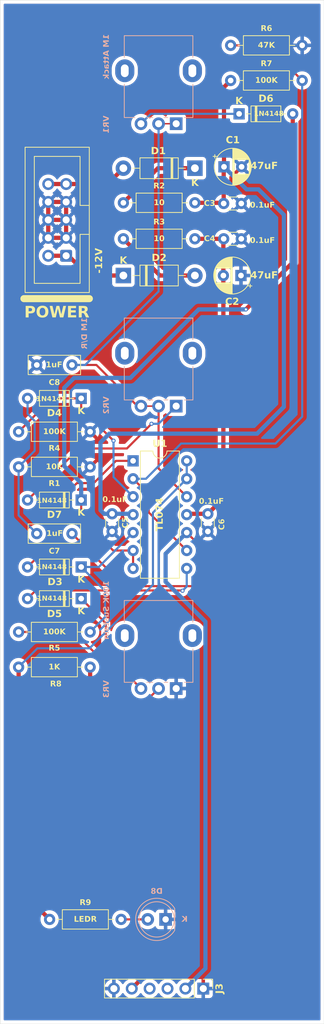
<source format=kicad_pcb>
(kicad_pcb (version 20241229) (generator "pcbnew") (generator_version "9.0")
  (layers (0 "F.Cu" signal) (2 "B.Cu" signal) (13 "F.Paste" user) (15 "B.Paste" user) (5 "F.SilkS" user "F.Silkscreen") (7 "B.SilkS" user "B.Silkscreen") (1 "F.Mask" user) (3 "B.Mask" user) (25 "Edge.Cuts" user))
  (net 0 "")
  (net 1 "+12V")
  (net 2 "GND")
  (net 3 "-12V")
  (net 4 "Gate")
  (net 5 "Net-(D4-A)")
  (net 6 "Net-(U1D-+)")
  (net 7 "/+12")
  (net 8 "Net-(D1-K)")
  (net 9 "/-12")
  (net 10 "Net-(D2-A)")
  (net 11 "Net-(D3-K)")
  (net 12 "Net-(D3-A)")
  (net 13 "Net-(D4-K)")
  (net 14 "Net-(D5-A)")
  (net 15 "Net-(D5-K)")
  (net 16 "Net-(D6-K)")
  (net 17 "Net-(D6-A)")
  (net 18 "Net-(D7-A)")
  (net 19 "Net-(D8-A)")
  (net 20 "Net-(R5-Pad1)")
  (net 21 "Net-(U1A--)")
  (net 22 "Net-(U1D--)")
  (net 24 "Out")
  (footprint "AO_tht:R_Axial_DIN0207_L6.3mm_D2.5mm_P10.16mm_Horizontal" (layer "F.Cu") (at 84.27 186.7)
    (property "Reference" "R9" (at 5.08 -2.37 0) (layer "F.SilkS") (effects (font (size 0.8 0.8) (thickness 0.16) (bold yes))))
    (property "Value" "LEDR")
    (fp_text user "${VALUE}" (at 5.08 0 0) (layer "F.SilkS") (effects (font (size 0.8 0.8) (thickness 0.16) (bold yes))))
    (pad "1" thru_hole circle (at 0 0) (size 1.6 1.6) (drill 0.8) (layers "*.Cu" "*.Mask") (net 22 "Net-(U1D--)"))
    (pad "2" thru_hole oval (at 10.16 0) (size 1.6 1.6) (drill 0.8) (layers "*.Cu" "*.Mask") (net 19 "Net-(D8-A)"))
  )
  (footprint "AO_tht:C_Rect_L7.2mm_W2.5mm_P5.00mm_FKS2_FKP2_MKS2_MKP2" (layer "F.Cu") (at 82.45 132.055554)
    (property "Reference" "C7" (at 2.5 2.5 0) (layer "F.SilkS") (effects (font (size 0.8 0.8) (thickness 0.16) (bold yes))))
    (property "Value" "1uF")
    (fp_text user "${VALUE}" (at 2.54 0 0) (layer "F.SilkS") (effects (font (size 0.8 0.8) (thickness 0.16) (bold yes))))
    (pad "1" thru_hole circle (at 0 0) (size 1.6 1.6) (drill 0.8) (layers "*.Cu" "*.Mask") (net 5 "Net-(D4-A)"))
    (pad "2" thru_hole circle (at 5 0) (size 1.6 1.6) (drill 0.8) (layers "*.Cu" "*.Mask") (net 4 "Gate"))
  )
  (footprint "Diode_THT:D_DO-35_SOD27_P7.62mm_Horizontal" (layer "F.Cu") (at 88.76 112.9 180)
    (property "Reference" "D4" (at 3.81 -2.12 0) (layer "F.SilkS") (effects (font (thickness 0.2) (bold yes))))
    (property "Value" "1N4148" (at 4.26 -0.1 0) (layer "F.SilkS") (effects (font (size 0.7 0.7) (thickness 0.2) (bold yes))))
    (fp_text user "K" (at 0 -1.8 0) (layer "F.SilkS") (effects (font (thickness 0.2) (bold yes))))
    (pad "1" thru_hole rect (at 0 0 180) (size 1.6 1.6) (drill 0.8) (layers "*.Cu" "*.Mask") (net 13 "Net-(D4-K)"))
    (pad "2" thru_hole oval (at 7.62 0 180) (size 1.6 1.6) (drill 0.8) (layers "*.Cu" "*.Mask") (net 5 "Net-(D4-A)"))
  )
  (footprint "AO_tht:R_Axial_DIN0207_L6.3mm_D2.5mm_P10.16mm_Horizontal" (layer "F.Cu") (at 90.03 117.627777 180)
    (property "Reference" "R4" (at 5.08 -2.37 0) (layer "F.SilkS") (effects (font (size 0.8 0.8) (thickness 0.16) (bold yes))))
    (property "Value" "100K")
    (fp_text user "${VALUE}" (at 5.08 0 0) (layer "F.SilkS") (effects (font (size 0.8 0.8) (thickness 0.16) (bold yes))))
    (pad "1" thru_hole circle (at 0 0 180) (size 1.6 1.6) (drill 0.8) (layers "*.Cu" "*.Mask") (net 2 "GND"))
    (pad "2" thru_hole oval (at 10.16 0 180) (size 1.6 1.6) (drill 0.8) (layers "*.Cu" "*.Mask") (net 13 "Net-(D4-K)"))
  )
  (footprint "Diode_THT:D_DO-35_SOD27_P7.62mm_Horizontal" (layer "F.Cu") (at 88.76 141.261108 180)
    (property "Reference" "D5" (at 3.8 -2.2 0) (layer "F.SilkS") (effects (font (thickness 0.2) (bold yes))))
    (property "Value" "1N4148" (at 4.16 0 0) (layer "F.SilkS") (effects (font (size 0.7 0.7) (thickness 0.2) (bold yes))))
    (fp_text user "K" (at 0 -1.8 0) (layer "F.SilkS") (effects (font (thickness 0.2) (bold yes))))
    (pad "1" thru_hole rect (at 0 0 180) (size 1.6 1.6) (drill 0.8) (layers "*.Cu" "*.Mask") (net 15 "Net-(D5-K)"))
    (pad "2" thru_hole oval (at 7.62 0 180) (size 1.6 1.6) (drill 0.8) (layers "*.Cu" "*.Mask") (net 14 "Net-(D5-A)"))
  )
  (footprint "Diode_THT:D_DO-35_SOD27_P7.62mm_Horizontal" (layer "F.Cu") (at 111.19 72.6)
    (property "Reference" "D6" (at 3.81 -2.12 0) (layer "F.SilkS") (effects (font (thickness 0.2) (bold yes))))
    (property "Value" "1N4148" (at 4.21 0 0) (layer "F.SilkS") (effects (font (size 0.7 0.7) (thickness 0.2) (bold yes))))
    (fp_text user "K" (at 0 -1.8 0) (layer "F.SilkS") (effects (font (thickness 0.2) (bold yes))))
    (pad "1" thru_hole rect (at 0 0) (size 1.6 1.6) (drill 0.8) (layers "*.Cu" "*.Mask") (net 16 "Net-(D6-K)"))
    (pad "2" thru_hole oval (at 7.62 0) (size 1.6 1.6) (drill 0.8) (layers "*.Cu" "*.Mask") (net 17 "Net-(D6-A)"))
  )
  (footprint "4ms_Connector:Pins_2x05_2.54mm_TH_EurorackPower_Shrouded" (layer "F.Cu") (at 85.35 87.62)
    (property "Reference" "E1")
    (property "Value" "Conn_01x10_Pin")
    (fp_text user "POWER" (at -0.05 13.15 0) (layer "F.SilkS") (effects (font (size 1.6 1.6) (thickness 0.32) (bold yes))))
    (fp_text user "-12V" (at 5.97 5.78 90) (layer "F.SilkS") (effects (font (thickness 0.2) (bold yes))))
    (pad "1" thru_hole roundrect (at 1.27 5.08 180) (size 1.7 1.7) (drill 1) (layers "*.Cu" "*.Mask") (roundrect_rratio 0.147059) (net 9 "/-12"))
    (pad "2" thru_hole circle (at -1.27 5.08 180) (size 1.7 1.7) (drill 1) (layers "*.Cu" "*.Mask") (net 9 "/-12"))
    (pad "3" thru_hole circle (at 1.27 2.54 180) (size 1.7 1.7) (drill 1) (layers "*.Cu" "*.Mask") (net 2 "GND"))
    (pad "4" thru_hole circle (at -1.27 2.54 180) (size 1.7 1.7) (drill 1) (layers "*.Cu" "*.Mask") (net 2 "GND"))
    (pad "5" thru_hole circle (at 1.27 0 180) (size 1.7 1.7) (drill 1) (layers "*.Cu" "*.Mask") (net 2 "GND"))
    (pad "6" thru_hole circle (at -1.27 0 180) (size 1.7 1.7) (drill 1) (layers "*.Cu" "*.Mask") (net 2 "GND"))
    (pad "7" thru_hole circle (at 1.27 -2.54 180) (size 1.7 1.7) (drill 1) (layers "*.Cu" "*.Mask") (net 2 "GND"))
    (pad "8" thru_hole circle (at -1.27 -2.54 180) (size 1.7 1.7) (drill 1) (layers "*.Cu" "*.Mask") (net 2 "GND"))
    (pad "9" thru_hole circle (at 1.27 -5.08 180) (size 1.7 1.7) (drill 1) (layers "*.Cu" "*.Mask") (net 7 "/+12"))
    (pad "10" thru_hole circle (at -1.27 -5.08 180) (size 1.7 1.7) (drill 1) (layers "*.Cu" "*.Mask") (net 7 "/+12"))
  )
  (footprint "Diode_THT:D_DO-41_SOD81_P10.16mm_Horizontal" (layer "F.Cu") (at 94.75 95.5)
    (property "Reference" "D2" (at 5.08 -2.47 0) (layer "F.SilkS") (effects (font (thickness 0.2) (bold yes))))
    (property "Value" "1N5819")
    (fp_text user "K" (at 0 -2.1 0) (layer "F.SilkS") (effects (font (thickness 0.2) (bold yes))))
    (pad "1" thru_hole rect (at 0 0) (size 2.2 2.2) (drill 1.1) (layers "*.Cu" "*.Mask") (net 9 "/-12"))
    (pad "2" thru_hole oval (at 10.16 0) (size 2.2 2.2) (drill 1.1) (layers "*.Cu" "*.Mask") (net 10 "Net-(D2-A)"))
  )
  (footprint "AO_tht:C_Disc_D3.0mm_W1.6mm_P2.50mm" (layer "F.Cu") (at 106.75 131.75 90)
    (property "Reference" "C6" (at 1 2 90) (layer "F.SilkS") (effects (font (size 0.8 0.8) (thickness 0.16) (bold yes))))
    (property "Value" "0.1uF")
    (fp_text user "${VALUE}" (at 4.25 0.5 180) (layer "F.SilkS") (effects (font (size 0.8 0.8) (thickness 0.16) (bold yes))))
    (pad "1" thru_hole circle (at 0 0 90) (size 1.6 1.6) (drill 0.8) (layers "*.Cu" "*.Mask") (net 2 "GND"))
    (pad "2" thru_hole circle (at 2.5 0 90) (size 1.6 1.6) (drill 0.8) (layers "*.Cu" "*.Mask") (net 3 "-12V"))
  )
  (footprint "AO_tht:R_Axial_DIN0207_L6.3mm_D2.5mm_P10.16mm_Horizontal" (layer "F.Cu") (at 109.99 62.9)
    (property "Reference" "R6" (at 5.08 -2.37 0) (layer "F.SilkS") (effects (font (size 0.8 0.8) (thickness 0.16) (bold yes))))
    (property "Value" "47K")
    (fp_text user "${VALUE}" (at 5.08 0 0) (layer "F.SilkS") (effects (font (size 0.8 0.8) (thickness 0.16) (bold yes))))
    (pad "1" thru_hole circle (at 0 0) (size 1.6 1.6) (drill 0.8) (layers "*.Cu" "*.Mask") (net 21 "Net-(U1A--)"))
    (pad "2" thru_hole oval (at 10.16 0) (size 1.6 1.6) (drill 0.8) (layers "*.Cu" "*.Mask") (net 2 "GND"))
  )
  (footprint "AO_tht:R_Axial_DIN0207_L6.3mm_D2.5mm_P10.16mm_Horizontal" (layer "F.Cu") (at 94.75 85.2)
    (property "Reference" "R2" (at 5.08 -2.37 0) (layer "F.SilkS") (effects (font (size 0.8 0.8) (thickness 0.16) (bold yes))))
    (property "Value" "10")
    (fp_text user "${VALUE}" (at 5.08 0 0) (layer "F.SilkS") (effects (font (size 0.8 0.8) (thickness 0.16) (bold yes))))
    (pad "1" thru_hole circle (at 0 0) (size 1.6 1.6) (drill 0.8) (layers "*.Cu" "*.Mask") (net 8 "Net-(D1-K)"))
    (pad "2" thru_hole oval (at 10.16 0) (size 1.6 1.6) (drill 0.8) (layers "*.Cu" "*.Mask") (net 1 "+12V"))
  )
  (footprint "AO_tht:R_Axial_DIN0207_L6.3mm_D2.5mm_P10.16mm_Horizontal" (layer "F.Cu") (at 79.87 150.966669)
    (property "Reference" "R8" (at 5.28 2.4 0) (layer "F.SilkS") (effects (font (size 0.8 0.8) (thickness 0.16) (bold yes))))
    (property "Value" "1K")
    (fp_text user "${VALUE}" (at 5.08 0 0) (layer "F.SilkS") (effects (font (size 0.8 0.8) (thickness 0.16) (bold yes))))
    (pad "1" thru_hole circle (at 0 0) (size 1.6 1.6) (drill 0.8) (layers "*.Cu" "*.Mask") (net 22 "Net-(U1D--)"))
    (pad "2" thru_hole oval (at 10.16 0) (size 1.6 1.6) (drill 0.8) (layers "*.Cu" "*.Mask") (net 24 "Out"))
  )
  (footprint "Diode_THT:D_DO-35_SOD27_P7.62mm_Horizontal" (layer "F.Cu") (at 88.76 127.3 180)
    (property "Reference" "D7" (at 3.81 -2.12 0) (layer "F.SilkS") (effects (font (thickness 0.2) (bold yes))))
    (property "Value" "1N4148" (at 4.16 -0.1 0) (layer "F.SilkS") (effects (font (size 0.7 0.7) (thickness 0.2) (bold yes))))
    (fp_text user "K" (at 0 -1.8 0) (layer "F.SilkS") (effects (font (thickness 0.2) (bold yes))))
    (pad "1" thru_hole rect (at 0 0 180) (size 1.6 1.6) (drill 0.8) (layers "*.Cu" "*.Mask") (net 17 "Net-(D6-A)"))
    (pad "2" thru_hole oval (at 7.62 0 180) (size 1.6 1.6) (drill 0.8) (layers "*.Cu" "*.Mask") (net 18 "Net-(D7-A)"))
  )
  (footprint "AO_tht:C_Disc_D3.0mm_W1.6mm_P2.50mm" (layer "F.Cu") (at 109 85.3)
    (property "Reference" "C3" (at -2 0 0) (layer "F.SilkS") (effects (font (size 0.8 0.8) (thickness 0.16) (bold yes))))
    (property "Value" "0.1uF")
    (fp_text user "${VALUE}" (at 5.5 0.25 0) (layer "F.SilkS") (effects (font (size 0.8 0.8) (thickness 0.16) (bold yes))))
    (pad "1" thru_hole circle (at 0 0) (size 1.6 1.6) (drill 0.8) (layers "*.Cu" "*.Mask") (net 1 "+12V"))
    (pad "2" thru_hole circle (at 2.5 0) (size 1.6 1.6) (drill 0.8) (layers "*.Cu" "*.Mask") (net 2 "GND"))
  )
  (footprint "Diode_THT:D_DO-35_SOD27_P7.62mm_Horizontal" (layer "F.Cu") (at 88.76 136.783331 180)
    (property "Reference" "D3" (at 3.73 -2.15 0) (layer "F.SilkS") (effects (font (thickness 0.2) (bold yes))))
    (property "Value" "1N4148" (at 4.16 -0.016669 0) (layer "F.SilkS") (effects (font (size 0.7 0.7) (thickness 0.2) (bold yes))))
    (fp_text user "K" (at 0 -1.8 0) (layer "F.SilkS") (effects (font (thickness 0.2) (bold yes))))
    (pad "1" thru_hole rect (at 0 0 180) (size 1.6 1.6) (drill 0.8) (layers "*.Cu" "*.Mask") (net 11 "Net-(D3-K)"))
    (pad "2" thru_hole oval (at 7.62 0 180) (size 1.6 1.6) (drill 0.8) (layers "*.Cu" "*.Mask") (net 12 "Net-(D3-A)"))
  )
  (footprint "AO_tht:R_Axial_DIN0207_L6.3mm_D2.5mm_P10.16mm_Horizontal" (layer "F.Cu") (at 90.03 122.605554 180)
    (property "Reference" "R1" (at 5.08 -2.37 0) (layer "F.SilkS") (effects (font (size 0.8 0.8) (thickness 0.16) (bold yes))))
    (property "Value" "10K")
    (fp_text user "${VALUE}" (at 5.08 0 0) (layer "F.SilkS") (effects (font (size 0.8 0.8) (thickness 0.16) (bold yes))))
    (pad "1" thru_hole circle (at 0 0 180) (size 1.6 1.6) (drill 0.8) (layers "*.Cu" "*.Mask") (net 2 "GND"))
    (pad "2" thru_hole oval (at 10.16 0 180) (size 1.6 1.6) (drill 0.8) (layers "*.Cu" "*.Mask") (net 5 "Net-(D4-A)"))
  )
  (footprint "Capacitor_THT:CP_Radial_D5.0mm_P2.50mm" (layer "F.Cu") (at 109.044888 80.1)
    (property "Reference" "C1" (at 1.25 -3.75 0) (layer "F.SilkS") (effects (font (thickness 0.2) (bold yes))))
    (property "Value" "47uF" (at 5.705112 -0.1 0) (layer "F.SilkS") (effects (font (thickness 0.2) (bold yes))))
    (pad "1" thru_hole rect (at 0 0) (size 1.6 1.6) (drill 0.8) (layers "*.Cu" "*.Mask") (net 1 "+12V"))
    (pad "2" thru_hole circle (at 2.5 0) (size 1.6 1.6) (drill 0.8) (layers "*.Cu" "*.Mask") (net 2 "GND"))
  )
  (footprint "AO_tht:R_Axial_DIN0207_L6.3mm_D2.5mm_P10.16mm_Horizontal" (layer "F.Cu") (at 79.87 145.988885)
    (property "Reference" "R5" (at 5.08 2.3 0) (layer "F.SilkS") (effects (font (size 0.8 0.8) (thickness 0.16) (bold yes))))
    (property "Value" "100K")
    (fp_text user "${VALUE}" (at 5.08 0 0) (layer "F.SilkS") (effects (font (size 0.8 0.8) (thickness 0.16) (bold yes))))
    (pad "1" thru_hole circle (at 0 0) (size 1.6 1.6) (drill 0.8) (layers "*.Cu" "*.Mask") (net 20 "Net-(R5-Pad1)"))
    (pad "2" thru_hole oval (at 10.16 0) (size 1.6 1.6) (drill 0.8) (layers "*.Cu" "*.Mask") (net 11 "Net-(D3-K)"))
  )
  (footprint "Capacitor_THT:CP_Radial_D5.0mm_P2.50mm" (layer "F.Cu") (at 111.455113 95.5 180)
    (property "Reference" "C2" (at 1.25 -3.75 0) (layer "F.SilkS") (effects (font (thickness 0.2) (bold yes))))
    (property "Value" "47uF" (at -3.294887 0 0) (layer "F.SilkS") (effects (font (thickness 0.2) (bold yes))))
    (pad "1" thru_hole rect (at 0 0 180) (size 1.6 1.6) (drill 0.8) (layers "*.Cu" "*.Mask") (net 2 "GND"))
    (pad "2" thru_hole circle (at 2.5 0 180) (size 1.6 1.6) (drill 0.8) (layers "*.Cu" "*.Mask") (net 3 "-12V"))
  )
  (footprint "Diode_THT:D_DO-41_SOD81_P10.16mm_Horizontal" (layer "F.Cu") (at 104.91 80.3 180)
    (property "Reference" "D1" (at 5.2 2.4 0) (layer "F.SilkS") (effects (font (thickness 0.2) (bold yes))))
    (property "Value" "1N5819")
    (fp_text user "K" (at 0 -2.1 0) (layer "F.SilkS") (effects (font (thickness 0.2) (bold yes))))
    (pad "1" thru_hole rect (at 0 0 180) (size 2.2 2.2) (drill 1.1) (layers "*.Cu" "*.Mask") (net 8 "Net-(D1-K)"))
    (pad "2" thru_hole oval (at 10.16 0 180) (size 2.2 2.2) (drill 1.1) (layers "*.Cu" "*.Mask") (net 7 "/+12"))
  )
  (footprint "AO_tht:R_Axial_DIN0207_L6.3mm_D2.5mm_P10.16mm_Horizontal" (layer "F.Cu") (at 94.75 90.3)
    (property "Reference" "R3" (at 5.08 -2.37 0) (layer "F.SilkS") (effects (font (size 0.8 0.8) (thickness 0.16) (bold yes))))
    (property "Value" "10")
    (fp_text user "${VALUE}" (at 5.08 0 0) (layer "F.SilkS") (effects (font (size 0.8 0.8) (thickness 0.16) (bold yes))))
    (pad "1" thru_hole circle (at 0 0) (size 1.6 1.6) (drill 0.8) (layers "*.Cu" "*.Mask") (net 10 "Net-(D2-A)"))
    (pad "2" thru_hole oval (at 10.16 0) (size 1.6 1.6) (drill 0.8) (layers "*.Cu" "*.Mask") (net 3 "-12V"))
  )
  (footprint "AO_tht:C_Disc_D3.0mm_W1.6mm_P2.50mm" (layer "F.Cu") (at 111.5 90.3 180)
    (property "Reference" "C4" (at 4.5 0 0) (layer "F.SilkS") (effects (font (size 0.8 0.8) (thickness 0.16) (bold yes))))
    (property "Value" "0.1uF")
    (fp_text user "${VALUE}" (at -3 -0.25 0) (layer "F.SilkS") (effects (font (size 0.8 0.8) (thickness 0.16) (bold yes))))
    (pad "1" thru_hole circle (at 0 0 180) (size 1.6 1.6) (drill 0.8) (layers "*.Cu" "*.Mask") (net 2 "GND"))
    (pad "2" thru_hole circle (at 2.5 0 180) (size 1.6 1.6) (drill 0.8) (layers "*.Cu" "*.Mask") (net 3 "-12V"))
  )
  (footprint "4ms_Package_DIP:DIP-14_W7.62mm" (layer "F.Cu") (at 96.13 121.8)
    (property "Reference" "U1" (at 3.81 -2.44 0) (layer "F.SilkS") (effects (font (thickness 0.2) (bold yes))))
    (property "Value" "TL074" (at 3.8 7.55 90) (layer "F.SilkS") (effects (font (thickness 0.2) (bold yes))))
    (fp_text user "" (at 3.81 7.57 0) (layer "F.SilkS") (effects (font (thickness 0.2) (bold yes))))
    (pad "1" thru_hole rect (at 0 -0.05) (size 1.6 1.6) (drill 0.8) (layers "*.Cu" "*.Mask") (net 12 "Net-(D3-A)"))
    (pad "2" thru_hole oval (at 0 2.49) (size 1.6 1.6) (drill 0.8) (layers "*.Cu" "*.Mask") (net 21 "Net-(U1A--)"))
    (pad "3" thru_hole oval (at 0 5.03) (size 1.6 1.6) (drill 0.8) (layers "*.Cu" "*.Mask") (net 13 "Net-(D4-K)"))
    (pad "4" thru_hole oval (at 0 7.57) (size 1.6 1.6) (drill 0.8) (layers "*.Cu" "*.Mask") (net 1 "+12V"))
    (pad "5" thru_hole oval (at 0 10.11) (size 1.6 1.6) (drill 0.8) (layers "*.Cu" "*.Mask") (net 11 "Net-(D3-K)"))
    (pad "6" thru_hole oval (at 0 12.65) (size 1.6 1.6) (drill 0.8) (layers "*.Cu" "*.Mask") (net 17 "Net-(D6-A)"))
    (pad "7" thru_hole oval (at 0 15.19) (size 1.6 1.6) (drill 0.8) (layers "*.Cu" "*.Mask") (net 17 "Net-(D6-A)"))
    (pad "8" thru_hole oval (at 7.62 15.19) (size 1.6 1.6) (drill 0.8) (layers "*.Cu" "*.Mask") (net 14 "Net-(D5-A)"))
    (pad "9" thru_hole oval (at 7.62 12.65) (size 1.6 1.6) (drill 0.8) (layers "*.Cu" "*.Mask") (net 21 "Net-(U1A--)"))
    (pad "10" thru_hole oval (at 7.62 10.11) (size 1.6 1.6) (drill 0.8) (layers "*.Cu" "*.Mask") (net 4 "Gate"))
    (pad "11" thru_hole oval (at 7.62 7.57) (size 1.6 1.6) (drill 0.8) (layers "*.Cu" "*.Mask") (net 3 "-12V"))
    (pad "12" thru_hole oval (at 7.62 5.03) (size 1.6 1.6) (drill 0.8) (layers "*.Cu" "*.Mask") (net 6 "Net-(U1D-+)"))
    (pad "13" thru_hole oval (at 7.62 2.49) (size 1.6 1.6) (drill 0.8) (layers "*.Cu" "*.Mask") (net 22 "Net-(U1D--)"))
    (pad "14" thru_hole oval (at 7.62 -0.05) (size 1.6 1.6) (drill 0.8) (layers "*.Cu" "*.Mask") (net 22 "Net-(U1D--)"))
  )
  (footprint "AO_tht:R_Axial_DIN0207_L6.3mm_D2.5mm_P10.16mm_Horizontal" (layer "F.Cu") (at 109.99 67.875)
    (property "Reference" "R7" (at 5.08 -2.37 0) (layer "F.SilkS") (effects (font (size 0.8 0.8) (thickness 0.16) (bold yes))))
    (property "Value" "100K")
    (fp_text user "${VALUE}" (at 5.08 0 0) (layer "F.SilkS") (effects (font (size 0.8 0.8) (thickness 0.16) (bold yes))))
    (pad "1" thru_hole circle (at 0 0) (size 1.6 1.6) (drill 0.8) (layers "*.Cu" "*.Mask") (net 1 "+12V"))
    (pad "2" thru_hole oval (at 10.16 0) (size 1.6 1.6) (drill 0.8) (layers "*.Cu" "*.Mask") (net 21 "Net-(U1A--)"))
  )
  (footprint "AO_tht:C_Disc_D3.0mm_W1.6mm_P2.50mm" (layer "F.Cu") (at 93.15 129.25 -90)
    (property "Reference" "C5" (at 1.25 -1.9 90) (layer "F.SilkS") (effects (font (size 0.8 0.8) (thickness 0.16) (bold yes))))
    (property "Value" "0.1uF")
    (fp_text user "${VALUE}" (at -2 -0.4 0) (layer "F.SilkS") (effects (font (size 0.8 0.8) (thickness 0.16) (bold yes))))
    (pad "1" thru_hole circle (at 0 0 270) (size 1.6 1.6) (drill 0.8) (layers "*.Cu" "*.Mask") (net 1 "+12V"))
    (pad "2" thru_hole circle (at 2.5 0 270) (size 1.6 1.6) (drill 0.8) (layers "*.Cu" "*.Mask") (net 2 "GND"))
  )
  (footprint "AO_tht:PinHeader_1x06_P2.54mm_Vertical_Centered" (layer "F.Cu") (at 99.75 196.5 -90)
    (property "Reference" "J3" (at 0 -8.68 90) (layer "F.SilkS") (effects (font (thickness 0.2) (bold yes))))
    (property "Value" "Conn_01x06")
    (pad "1" thru_hole rect (at 0 -6.35 270) (size 1.7 1.7) (drill 1) (layers "*.Cu" "*.Mask") (net 2 "GND"))
    (pad "2" thru_hole oval (at 0 -3.81 270) (size 1.7 1.7) (drill 1) (layers "*.Cu" "*.Mask") (net 4 "Gate"))
    (pad "3" thru_hole oval (at 0 -1.27 270) (size 1.7 1.7) (drill 1) (layers "*.Cu" "*.Mask"))
    (pad "4" thru_hole oval (at 0 1.27 270) (size 1.7 1.7) (drill 1) (layers "*.Cu" "*.Mask"))
    (pad "5" thru_hole oval (at 0 3.81 270) (size 1.7 1.7) (drill 1) (layers "*.Cu" "*.Mask") (net 24 "Out"))
    (pad "6" thru_hole oval (at 0 6.35 270) (size 1.7 1.7) (drill 1) (layers "*.Cu" "*.Mask") (net 2 "GND"))
  )
  (footprint "AO_tht:C_Rect_L7.2mm_W2.5mm_P5.00mm_FKS2_FKP2_MKS2_MKP2" (layer "F.Cu") (at 87.45 108.166669 180)
    (property "Reference" "C8" (at 2.5 -2.5 0) (layer "F.SilkS") (effects (font (size 0.8 0.8) (thickness 0.16) (bold yes))))
    (property "Value" "1uF")
    (fp_text user "${VALUE}" (at 2.54 0 0) (layer "F.SilkS") (effects (font (size 0.8 0.8) (thickness 0.16) (bold yes))))
    (pad "1" thru_hole circle (at 0 0 180) (size 1.6 1.6) (drill 0.8) (layers "*.Cu" "*.Mask") (net 6 "Net-(U1D-+)"))
    (pad "2" thru_hole circle (at 5 0 180) (size 1.6 1.6) (drill 0.8) (layers "*.Cu" "*.Mask") (net 2 "GND"))
  )
  (footprint "AO_tht:Potentiometer_Alpha_RD901F-40-00D_Single_Vertical" (layer "B.Cu") (at 99.75 146.5 90)
    (property "Reference" "VR3" (at -7.576 -7.4 90) (layer "B.SilkS") (effects (font (size 0.8 0.8) (thickness 0.16) (bold yes)) (justify mirror)))
    (property "Value" "100K Sustain")
    (fp_text user "${VALUE}" (at 3.6 -7.4 90) (layer "B.SilkS") (effects (font (size 0.8 0.8) (thickness 0.16) (bold yes)) (justify mirror)))
    (pad "" thru_hole oval (at 0 -4.8) (size 2.72 3.24) (drill oval 1.1 1.8) (layers "*.Cu" "*.Mask"))
    (pad "" thru_hole oval (at 0 4.8) (size 2.72 3.24) (drill oval 1.1 1.8) (layers "*.Cu" "*.Mask"))
    (pad "1" thru_hole rect (at -7.5 2.5) (size 1.8 1.8) (drill 1) (layers "*.Cu" "*.Mask") (net 2 "GND"))
    (pad "2" thru_hole circle (at -7.5 0) (size 1.8 1.8) (drill 1) (layers "*.Cu" "*.Mask") (net 20 "Net-(R5-Pad1)"))
    (pad "3" thru_hole circle (at -7.5 -2.5) (size 1.8 1.8) (drill 1) (layers "*.Cu" "*.Mask") (net 15 "Net-(D5-K)"))
  )
  (footprint "AO_tht:LED_D5.0mm" (layer "B.Cu") (at 100.75 186.7 180)
    (property "Reference" "D8" (at 1.27 3.96 0) (layer "B.SilkS") (effects (font (size 0.8 0.8) (thickness 0.16) (bold yes)) (justify mirror)))
    (property "Value" "LED")
    (fp_text user "K" (at -2.7 0 0) (layer "B.SilkS") (effects (font (size 0.8 0.8) (thickness 0.16) (bold yes)) (justify mirror)))
    (pad "1" thru_hole rect (at 0 0 180) (size 1.8 1.8) (drill 0.9) (layers "*.Cu" "*.Mask") (net 2 "GND"))
    (pad "2" thru_hole circle (at 2.54 0 180) (size 1.8 1.8) (drill 0.9) (layers "*.Cu" "*.Mask") (net 19 "Net-(D8-A)"))
  )
  (footprint "AO_tht:Potentiometer_Alpha_RD901F-40-00D_Single_Vertical" (layer "B.Cu") (at 99.75 106.5 90)
    (property "Reference" "VR2" (at -7.376 -7.4 90) (layer "B.SilkS") (effects (font (size 0.8 0.8) (thickness 0.16) (bold yes)) (justify mirror)))
    (property "Value" "1M D/R")
    (fp_text user "${VALUE}" (at 2.8 -10.5 90) (layer "B.SilkS") (effects (font (size 0.8 0.8) (thickness 0.16) (bold yes)) (justify mirror)))
    (pad "" thru_hole oval (at 0 -4.8) (size 2.72 3.24) (drill oval 1.1 1.8) (layers "*.Cu" "*.Mask"))
    (pad "" thru_hole oval (at 0 4.8) (size 2.72 3.24) (drill oval 1.1 1.8) (layers "*.Cu" "*.Mask"))
    (pad "1" thru_hole rect (at -7.5 2.5) (size 1.8 1.8) (drill 1) (layers "*.Cu" "*.Mask") (net 18 "Net-(D7-A)"))
    (pad "2" thru_hole circle (at -7.5 0) (size 1.8 1.8) (drill 1) (layers "*.Cu" "*.Mask") (net 6 "Net-(U1D-+)"))
    (pad "3" thru_hole circle (at -7.5 -2.5) (size 1.8 1.8) (drill 1) (layers "*.Cu" "*.Mask") (net 6 "Net-(U1D-+)"))
  )
  (footprint "AO_tht:Potentiometer_Alpha_RD901F-40-00D_Single_Vertical" (layer "B.Cu") (at 99.75 66.5 90)
    (property "Reference" "VR1" (at -7.6 -7.4 90) (layer "B.SilkS") (effects (font (size 0.8 0.8) (thickness 0.16) (bold yes)) (justify mirror)))
    (property "Value" "1M Attack")
    (fp_text user "${VALUE}" (at 2 -7.4 90) (layer "B.SilkS") (effects (font (size 0.8 0.8) (thickness 0.16) (bold yes)) (justify mirror)))
    (pad "" thru_hole oval (at 0 -4.8) (size 2.72 3.24) (drill oval 1.1 1.8) (layers "*.Cu" "*.Mask"))
    (pad "" thru_hole oval (at 0 4.8) (size 2.72 3.24) (drill oval 1.1 1.8) (layers "*.Cu" "*.Mask"))
    (pad "1" thru_hole rect (at -7.5 2.5) (size 1.8 1.8) (drill 1) (layers "*.Cu" "*.Mask") (net 6 "Net-(U1D-+)"))
    (pad "2" thru_hole circle (at -7.5 0) (size 1.8 1.8) (drill 1) (layers "*.Cu" "*.Mask") (net 6 "Net-(U1D-+)"))
    (pad "3" thru_hole circle (at -7.5 -2.5) (size 1.8 1.8) (drill 1) (layers "*.Cu" "*.Mask") (net 16 "Net-(D6-K)"))
  )
  (gr_rect (start 77.25 56.5) (end 123.25 201.5) (stroke (width 0.05)) (fill no) (layer "Edge.Cuts"))
  (segment (start 108.9 85.2) (end 109 85.3) (width 0.6) (layer "F.Cu") (net 1))
  (segment (start 109.044888 80.1) (end 109.044888 68.820112) (width 0.6) (layer "F.Cu") (net 1))
  (segment (start 109.044888 68.820112) (end 109.99 67.875) (width 0.6) (layer "F.Cu") (net 1))
  (segment (start 104.91 85.2) (end 108.9 85.2) (width 0.6) (layer "F.Cu") (net 1))
  (segment (start 109 80.144888) (end 109.044888 80.1) (width 0.6) (layer "F.Cu") (net 1))
  (segment (start 109 85.3) (end 109 80.144888) (width 0.6) (layer "F.Cu") (net 1))
  (segment (start 113.95 83.3) (end 112.244888 83.3) (width 0.6) (layer "B.Cu") (net 1))
  (segment (start 91.5 128.75) (end 92 129.25) (width 0.6) (layer "B.Cu") (net 1))
  (segment (start 92.75 117.9) (end 113.75 117.9) (width 0.6) (layer "B.Cu") (net 1))
  (segment (start 117.55 86.9) (end 113.95 83.3) (width 0.6) (layer "B.Cu") (net 1))
  (segment (start 113.75 117.9) (end 117.55 114.1) (width 0.6) (layer "B.Cu") (net 1))
  (segment (start 92.75 117.9) (end 91.5 119.15) (width 0.6) (layer "B.Cu") (net 1))
  (segment (start 112.244888 83.3) (end 109.044888 80.1) (width 0.6) (layer "B.Cu") (net 1))
  (segment (start 117.55 114.1) (end 117.55 86.9) (width 0.6) (layer "B.Cu") (net 1))
  (segment (start 91.5 119.15) (end 91.5 128.75) (width 0.6) (layer "B.Cu") (net 1))
  (segment (start 93.15 129.25) (end 96.01 129.25) (width 0.6) (layer "B.Cu") (net 1))
  (segment (start 92 129.25) (end 93.15 129.25) (width 0.6) (layer "B.Cu") (net 1))
  (segment (start 96.01 129.25) (end 96.13 129.37) (width 0.6) (layer "B.Cu") (net 1))
  (segment (start 84.08 87.62) (end 86.62 87.62) (width 0.6) (layer "F.Cu") (net 2))
  (segment (start 84.08 90.16) (end 84.08 87.62) (width 0.6) (layer "F.Cu") (net 2))
  (segment (start 84.08 85.08) (end 86.62 85.08) (width 0.6) (layer "F.Cu") (net 2))
  (segment (start 86.62 87.62) (end 86.62 85.08) (width 0.6) (layer "F.Cu") (net 2))
  (segment (start 84.08 87.62) (end 84.08 85.08) (width 0.6) (layer "F.Cu") (net 2))
  (segment (start 86.62 90.16) (end 86.62 87.62) (width 0.6) (layer "F.Cu") (net 2))
  (segment (start 84.08 90.16) (end 86.62 90.16) (width 0.6) (layer "F.Cu") (net 2))
  (segment (start 108.955113 95.5) (end 108.955113 127.044887) (width 0.6) (layer "F.Cu") (net 3))
  (segment (start 103.87 129.25) (end 103.75 129.37) (width 0.6) (layer "F.Cu") (net 3))
  (segment (start 106.75 129.25) (end 103.87 129.25) (width 0.6) (layer "F.Cu") (net 3))
  (segment (start 108.955113 90.344887) (end 109 90.3) (width 0.6) (layer "F.Cu") (net 3))
  (segment (start 104.91 90.3) (end 109 90.3) (width 0.6) (layer "F.Cu") (net 3))
  (segment (start 108.955113 127.044887) (end 106.75 129.25) (width 0.6) (layer "F.Cu") (net 3))
  (segment (start 108.955113 95.5) (end 108.955113 90.344887) (width 0.6) (layer "F.Cu") (net 3))
  (segment (start 106.35 138.7) (end 106.35 134.51) (width 0.3) (layer "F.Cu") (net 4))
  (segment (start 94.894446 139.5) (end 105.55 139.5) (width 0.3) (layer "F.Cu") (net 4))
  (segment (start 105.55 139.5) (end 106.35 138.7) (width 0.3) (layer "F.Cu") (net 4))
  (segment (start 106.35 134.51) (end 103.75 131.91) (width 0.3) (layer "F.Cu") (net 4))
  (segment (start 87.45 132.055554) (end 94.894446 139.5) (width 0.3) (layer "F.Cu") (net 4))
  (segment (start 106.41 144.541371) (end 106.41 193.65) (width 0.6) (layer "B.Cu") (net 4))
  (segment (start 100.75 138.881371) (end 106.41 144.541371) (width 0.6) (layer "B.Cu") (net 4))
  (segment (start 106.41 193.65) (end 103.56 196.5) (width 0.6) (layer "B.Cu") (net 4))
  (segment (start 100.75 134.91) (end 100.75 138.881371) (width 0.6) (layer "B.Cu") (net 4))
  (segment (start 103.75 131.91) (end 100.75 134.91) (width 0.6) (layer "B.Cu") (net 4))
  (segment (start 81.14 115.09) (end 82.15 116.1) (width 0.3) (layer "B.Cu") (net 5))
  (segment (start 79.87 122.605554) (end 79.87 129.475554) (width 0.3) (layer "B.Cu") (net 5))
  (segment (start 81.14 112.9) (end 81.14 115.09) (width 0.3) (layer "B.Cu") (net 5))
  (segment (start 82.15 120.325554) (end 79.87 122.605554) (width 0.3) (layer "B.Cu") (net 5))
  (segment (start 79.87 129.475554) (end 82.45 132.055554) (width 0.3) (layer "B.Cu") (net 5))
  (segment (start 82.15 116.1) (end 82.15 120.325554) (width 0.3) (layer "B.Cu") (net 5))
  (segment (start 99.75 114) (end 99.75 122.83) (width 0.3) (layer "F.Cu") (net 6))
  (segment (start 99.75 122.83) (end 103.75 126.83) (width 0.3) (layer "F.Cu") (net 6))
  (segment (start 97.25 114) (end 99.75 114) (width 0.2) (layer "F.Cu") (net 6))
  (segment (start 90.916669 108.166669) (end 87.45 108.166669) (width 0.3) (layer "F.Cu") (net 6))
  (segment (start 97.25 114) (end 96.75 114) (width 0.2) (layer "F.Cu") (net 6))
  (segment (start 96.75 114) (end 90.916669 108.166669) (width 0.3) (layer "F.Cu") (net 6))
  (segment (start 102.25 74) (end 99.75 74) (width 0.2) (layer "F.Cu") (net 6))
  (segment (start 99.75 74) (end 99.75 97.75) (width 0.3) (layer "B.Cu") (net 6))
  (segment (start 99.75 97.75) (end 89.333331 108.166669) (width 0.3) (layer "B.Cu") (net 6))
  (segment (start 89.333331 108.166669) (end 87.45 108.166669) (width 0.3) (layer "B.Cu") (net 6))
  (segment (start 86.62 82.54) (end 92.51 82.54) (width 0.6) (layer "F.Cu") (net 7))
  (segment (start 84.08 82.54) (end 86.62 82.54) (width 0.6) (layer "F.Cu") (net 7))
  (segment (start 92.51 82.54) (end 94.75 80.3) (width 0.6) (layer "F.Cu") (net 7))
  (segment (start 99.65 80.3) (end 94.75 85.2) (width 0.6) (layer "F.Cu") (net 8))
  (segment (start 104.91 80.3) (end 99.65 80.3) (width 0.6) (layer "F.Cu") (net 8))
  (segment (start 86.62 92.7) (end 86.95 92.7) (width 0.6) (layer "F.Cu") (net 9))
  (segment (start 86.95 92.7) (end 89.75 95.5) (width 0.6) (layer "F.Cu") (net 9))
  (segment (start 89.75 95.5) (end 94.75 95.5) (width 0.6) (layer "F.Cu") (net 9))
  (segment (start 84.08 92.7) (end 86.62 92.7) (width 0.6) (layer "F.Cu") (net 9))
  (segment (start 99.95 95.5) (end 94.75 90.3) (width 0.6) (layer "F.Cu") (net 10))
  (segment (start 104.91 95.5) (end 99.95 95.5) (width 0.6) (layer "F.Cu") (net 10))
  (segment (start 92.15 143.868885) (end 90.03 145.988885) (width 0.3) (layer "B.Cu") (net 11))
  (segment (start 92.15 140.173331) (end 92.15 143.868885) (width 0.3) (layer "B.Cu") (net 11))
  (segment (start 88.76 136.783331) (end 92.15 140.173331) (width 0.3) (layer "B.Cu") (net 11))
  (segment (start 91.256669 136.783331) (end 96.13 131.91) (width 0.3) (layer "B.Cu") (net 11))
  (segment (start 88.76 136.783331) (end 91.256669 136.783331) (width 0.3) (layer "B.Cu") (net 11))
  (segment (start 85.35 127.7) (end 88.15 124.9) (width 0.3) (layer "F.Cu") (net 12))
  (segment (start 88.15 124.9) (end 90.55 124.9) (width 0.3) (layer "F.Cu") (net 12))
  (segment (start 93.7 121.75) (end 96.13 121.75) (width 0.3) (layer "F.Cu") (net 12))
  (segment (start 90.55 124.9) (end 93.7 121.75) (width 0.3) (layer "F.Cu") (net 12))
  (segment (start 85.35 132.573331) (end 85.35 127.7) (width 0.3) (layer "F.Cu") (net 12))
  (segment (start 81.14 136.783331) (end 85.35 132.573331) (width 0.3) (layer "F.Cu") (net 12))
  (segment (start 84.597777 112.9) (end 79.87 117.627777) (width 0.3) (layer "F.Cu") (net 13))
  (segment (start 88.76 112.9) (end 84.597777 112.9) (width 0.3) (layer "F.Cu") (net 13))
  (segment (start 88.76 112.9) (end 88.76 114.31) (width 0.3) (layer "F.Cu") (net 13))
  (segment (start 88.76 114.31) (end 93.35 118.9) (width 0.3) (layer "F.Cu") (net 13))
  (via (at 93.35 118.9) (size 0.6) (drill 0.3) (layers "F.Cu" "B.Cu") (net 13))
  (segment (start 93.35 124.05) (end 96.13 126.83) (width 0.3) (layer "B.Cu") (net 13))
  (segment (start 93.35 118.9) (end 93.35 124.05) (width 0.3) (layer "B.Cu") (net 13))
  (segment (start 103.111108 140.111108) (end 103.15 140.15) (width 0.3) (layer "F.Cu") (net 14))
  (segment (start 81.14 141.261108) (end 82.29 140.111108) (width 0.3) (layer "F.Cu") (net 14))
  (segment (start 82.29 140.111108) (end 103.111108 140.111108) (width 0.3) (layer "F.Cu") (net 14))
  (via (at 103.15 140.15) (size 0.6) (drill 0.3) (layers "F.Cu" "B.Cu") (net 14))
  (segment (start 103.75 139.55) (end 103.75 136.99) (width 0.3) (layer "B.Cu") (net 14))
  (segment (start 103.15 140.15) (end 103.75 139.55) (width 0.3) (layer "B.Cu") (net 14))
  (segment (start 92.25 149) (end 97.25 154) (width 0.3) (layer "F.Cu") (net 15))
  (segment (start 92.25 144.751108) (end 92.25 149) (width 0.3) (layer "F.Cu") (net 15))
  (segment (start 88.76 141.261108) (end 92.25 144.751108) (width 0.3) (layer "F.Cu") (net 15))
  (segment (start 98.65 72.6) (end 97.25 74) (width 0.3) (layer "B.Cu") (net 16))
  (segment (start 111.19 72.6) (end 98.65 72.6) (width 0.3) (layer "B.Cu") (net 16))
  (segment (start 96.13 134.45) (end 96.13 136.99) (width 0.3) (layer "F.Cu") (net 17))
  (segment (start 93.3 134.45) (end 96.13 134.45) (width 0.3) (layer "F.Cu") (net 17))
  (segment (start 112.15 100.3) (end 118.81 93.64) (width 0.6) (layer "F.Cu") (net 17))
  (segment (start 118.81 93.64) (end 118.81 72.6) (width 0.6) (layer "F.Cu") (net 17))
  (segment (start 88.76 129.91) (end 93.3 134.45) (width 0.3) (layer "F.Cu") (net 17))
  (segment (start 88.76 127.3) (end 88.76 129.91) (width 0.3) (layer "F.Cu") (net 17))
  (via (at 112.15 100.3) (size 0.6) (drill 0.3) (layers "F.Cu" "B.Cu") (net 17))
  (segment (start 86.35 122.5) (end 88.76 124.91) (width 0.6) (layer "B.Cu") (net 17))
  (segment (start 88.76 124.91) (end 88.76 127.3) (width 0.6) (layer "B.Cu") (net 17))
  (segment (start 86.35 111.4) (end 86.5 111.25) (width 0.6) (layer "B.Cu") (net 17))
  (segment (start 86.35 119.681431) (end 86.35 111.4) (width 0.6) (layer "B.Cu") (net 17))
  (segment (start 105.45 100.3) (end 95.75 110) (width 0.6) (layer "B.Cu") (net 17))
  (segment (start 87.75 110) (end 95.75 110) (width 0.6) (layer "B.Cu") (net 17))
  (segment (start 86.35 119.681431) (end 86.35 122.5) (width 0.6) (layer "B.Cu") (net 17))
  (segment (start 86.5 111.25) (end 87.75 110) (width 0.6) (layer "B.Cu") (net 17))
  (segment (start 112.15 100.3) (end 105.45 100.3) (width 0.6) (layer "B.Cu") (net 17))
  (segment (start 88.44 120) (end 95.25 120) (width 0.3) (layer "F.Cu") (net 18))
  (segment (start 95.25 120) (end 98.75 116.5) (width 0.3) (layer "F.Cu") (net 18))
  (segment (start 81.14 127.3) (end 88.44 120) (width 0.3) (layer "F.Cu") (net 18))
  (via (at 98.75 116.5) (size 0.6) (drill 0.3) (layers "F.Cu" "B.Cu") (net 18))
  (segment (start 99.75 116.5) (end 102.25 114) (width 0.3) (layer "B.Cu") (net 18))
  (segment (start 98.75 116.5) (end 99.75 116.5) (width 0.3) (layer "B.Cu") (net 18))
  (segment (start 94.43 186.7) (end 98.21 186.7) (width 0.3) (layer "F.Cu") (net 19))
  (segment (start 97.75 156) (end 95.75 156) (width 0.3) (layer "F.Cu") (net 20))
  (segment (start 91.75 150) (end 87.738885 145.988885) (width 0.3) (layer "F.Cu") (net 20))
  (segment (start 99.75 154) (end 97.75 156) (width 0.3) (layer "F.Cu") (net 20))
  (segment (start 95.75 156) (end 91.75 152) (width 0.3) (layer "F.Cu") (net 20))
  (segment (start 87.738885 145.988885) (end 79.87 145.988885) (width 0.3) (layer "F.Cu") (net 20))
  (segment (start 91.75 152) (end 91.75 150) (width 0.3) (layer "F.Cu") (net 20))
  (segment (start 103.75 134.45) (end 98.35 129.05) (width 0.3) (layer "F.Cu") (net 21))
  (segment (start 98.35 126.51) (end 96.13 124.29) (width 0.3) (layer "F.Cu") (net 21))
  (segment (start 98.35 129.05) (end 98.35 126.51) (width 0.3) (layer "F.Cu") (net 21))
  (segment (start 109.99 62.9) (end 115.175 62.9) (width 0.3) (layer "F.Cu") (net 21))
  (segment (start 115.175 62.9) (end 120.15 67.875) (width 0.3) (layer "F.Cu") (net 21))
  (segment (start 102.95 119.3) (end 97.96 124.29) (width 0.3) (layer "B.Cu") (net 21))
  (segment (start 120.15 67.875) (end 120.15 115.5) (width 0.3) (layer "B.Cu") (net 21))
  (segment (start 120.15 115.5) (end 116.35 119.3) (width 0.3) (layer "B.Cu") (net 21))
  (segment (start 97.96 124.29) (end 96.13 124.29) (width 0.3) (layer "B.Cu") (net 21))
  (segment (start 116.35 119.3) (end 102.95 119.3) (width 0.3) (layer "B.Cu") (net 21))
  (segment (start 79.87 182.3) (end 84.27 186.7) (width 0.6) (layer "F.Cu") (net 22))
  (segment (start 79.87 150.966669) (end 79.87 182.3) (width 0.6) (layer "F.Cu") (net 22))
  (segment (start 98.95 129.09) (end 103.75 124.29) (width 0.3) (layer "B.Cu") (net 22))
  (segment (start 82.536669 148.3) (end 89.95 148.3) (width 0.3) (layer "B.Cu") (net 22))
  (segment (start 79.87 150.966669) (end 82.536669 148.3) (width 0.3) (layer "B.Cu") (net 22))
  (segment (start 89.95 148.3) (end 98.95 139.3) (width 0.3) (layer "B.Cu") (net 22))
  (segment (start 103.75 124.29) (end 103.75 121.75) (width 0.3) (layer "B.Cu") (net 22))
  (segment (start 98.95 139.3) (end 98.95 129.09) (width 0.3) (layer "B.Cu") (net 22))
  (segment (start 90.03 168.18) (end 103.79 181.94) (width 0.6) (layer "F.Cu") (net 24))
  (segment (start 103.79 188.65) (end 95.94 196.5) (width 0.6) (layer "F.Cu") (net 24))
  (segment (start 103.79 181.94) (end 103.79 188.65) (width 0.6) (layer "F.Cu") (net 24))
  (segment (start 90.03 150.966669) (end 90.03 168.18) (width 0.6) (layer "F.Cu") (net 24))
  (zone (net 2) (net_name "GND") (layer "F.Cu") (priority 1) (connect_pads (clearance 0.5)) (min_thickness 0.25) (fill yes (thermal_gap 0.5) (thermal_bridge_width 0.5))
    (polygon (pts (xy 123.25 201.5) (xy 123.25 56.5) (xy 77.25 56.5) (xy 77.25 201.5)))
  )
  (zone (net 2) (net_name "GND") (layer "B.Cu") (connect_pads (clearance 0.5)) (min_thickness 0.25) (fill yes (thermal_gap 0.5) (thermal_bridge_width 0.5))
    (polygon (pts (xy 123.25 201.5) (xy 123.25 56.5) (xy 77.25 56.5) (xy 77.25 201.5)))
  )
)
</source>
